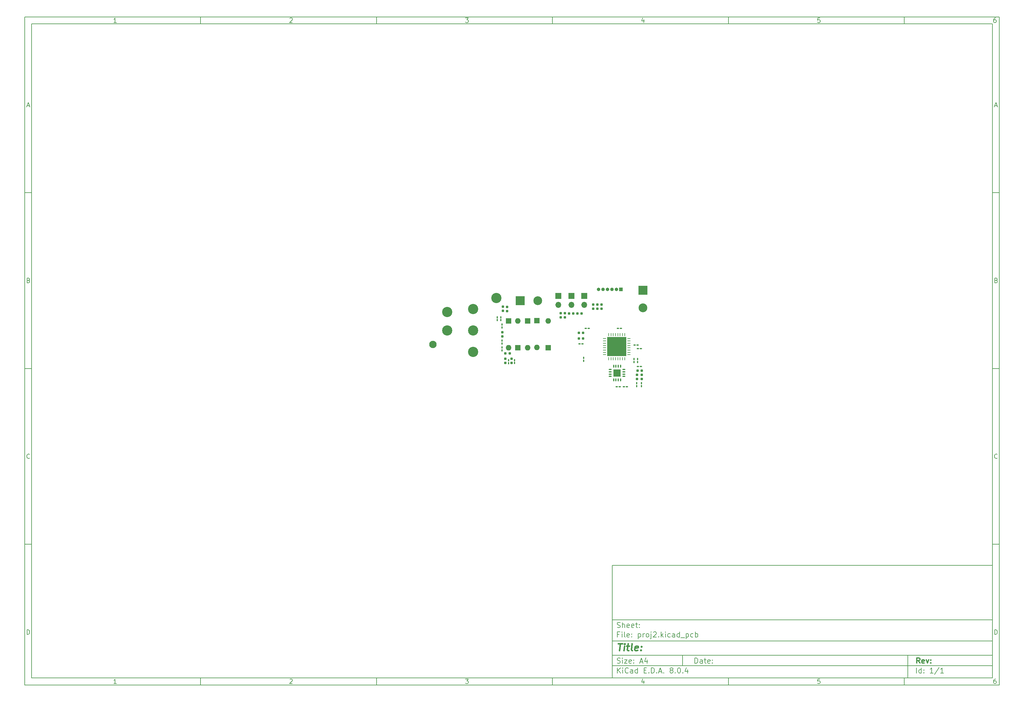
<source format=gbr>
%TF.GenerationSoftware,KiCad,Pcbnew,8.0.4*%
%TF.CreationDate,2024-08-19T20:12:36-04:00*%
%TF.ProjectId,proj2,70726f6a-322e-46b6-9963-61645f706362,rev?*%
%TF.SameCoordinates,Original*%
%TF.FileFunction,Soldermask,Top*%
%TF.FilePolarity,Negative*%
%FSLAX46Y46*%
G04 Gerber Fmt 4.6, Leading zero omitted, Abs format (unit mm)*
G04 Created by KiCad (PCBNEW 8.0.4) date 2024-08-19 20:12:36*
%MOMM*%
%LPD*%
G01*
G04 APERTURE LIST*
G04 Aperture macros list*
%AMRoundRect*
0 Rectangle with rounded corners*
0 $1 Rounding radius*
0 $2 $3 $4 $5 $6 $7 $8 $9 X,Y pos of 4 corners*
0 Add a 4 corners polygon primitive as box body*
4,1,4,$2,$3,$4,$5,$6,$7,$8,$9,$2,$3,0*
0 Add four circle primitives for the rounded corners*
1,1,$1+$1,$2,$3*
1,1,$1+$1,$4,$5*
1,1,$1+$1,$6,$7*
1,1,$1+$1,$8,$9*
0 Add four rect primitives between the rounded corners*
20,1,$1+$1,$2,$3,$4,$5,0*
20,1,$1+$1,$4,$5,$6,$7,0*
20,1,$1+$1,$6,$7,$8,$9,0*
20,1,$1+$1,$8,$9,$2,$3,0*%
G04 Aperture macros list end*
%ADD10C,0.100000*%
%ADD11C,0.150000*%
%ADD12C,0.300000*%
%ADD13C,0.400000*%
%ADD14RoundRect,0.160000X-0.160000X0.197500X-0.160000X-0.197500X0.160000X-0.197500X0.160000X0.197500X0*%
%ADD15RoundRect,0.160000X0.160000X-0.197500X0.160000X0.197500X-0.160000X0.197500X-0.160000X-0.197500X0*%
%ADD16RoundRect,0.100000X-0.217500X-0.100000X0.217500X-0.100000X0.217500X0.100000X-0.217500X0.100000X0*%
%ADD17RoundRect,0.160000X0.197500X0.160000X-0.197500X0.160000X-0.197500X-0.160000X0.197500X-0.160000X0*%
%ADD18RoundRect,0.100000X-0.100000X0.217500X-0.100000X-0.217500X0.100000X-0.217500X0.100000X0.217500X0*%
%ADD19R,2.500000X2.500000*%
%ADD20C,2.500000*%
%ADD21R,1.600000X1.600000*%
%ADD22O,1.600000X1.600000*%
%ADD23RoundRect,0.160000X-0.197500X-0.160000X0.197500X-0.160000X0.197500X0.160000X-0.197500X0.160000X0*%
%ADD24C,2.100000*%
%ADD25C,2.900000*%
%ADD26RoundRect,0.100000X0.100000X-0.217500X0.100000X0.217500X-0.100000X0.217500X-0.100000X-0.217500X0*%
%ADD27R,1.700000X1.700000*%
%ADD28O,1.700000X1.700000*%
%ADD29R,1.000000X1.000000*%
%ADD30O,1.000000X1.000000*%
%ADD31RoundRect,0.062500X0.062500X-0.362500X0.062500X0.362500X-0.062500X0.362500X-0.062500X-0.362500X0*%
%ADD32RoundRect,0.062500X0.362500X-0.062500X0.362500X0.062500X-0.362500X0.062500X-0.362500X-0.062500X0*%
%ADD33R,5.400000X5.400000*%
%ADD34RoundRect,0.075000X-0.075000X0.350000X-0.075000X-0.350000X0.075000X-0.350000X0.075000X0.350000X0*%
%ADD35RoundRect,0.075000X-0.350000X0.075000X-0.350000X-0.075000X0.350000X-0.075000X0.350000X0.075000X0*%
%ADD36R,2.100000X2.100000*%
%ADD37RoundRect,0.100000X0.217500X0.100000X-0.217500X0.100000X-0.217500X-0.100000X0.217500X-0.100000X0*%
G04 APERTURE END LIST*
D10*
D11*
X177002200Y-166007200D02*
X285002200Y-166007200D01*
X285002200Y-198007200D01*
X177002200Y-198007200D01*
X177002200Y-166007200D01*
D10*
D11*
X10000000Y-10000000D02*
X287002200Y-10000000D01*
X287002200Y-200007200D01*
X10000000Y-200007200D01*
X10000000Y-10000000D01*
D10*
D11*
X12000000Y-12000000D02*
X285002200Y-12000000D01*
X285002200Y-198007200D01*
X12000000Y-198007200D01*
X12000000Y-12000000D01*
D10*
D11*
X60000000Y-12000000D02*
X60000000Y-10000000D01*
D10*
D11*
X110000000Y-12000000D02*
X110000000Y-10000000D01*
D10*
D11*
X160000000Y-12000000D02*
X160000000Y-10000000D01*
D10*
D11*
X210000000Y-12000000D02*
X210000000Y-10000000D01*
D10*
D11*
X260000000Y-12000000D02*
X260000000Y-10000000D01*
D10*
D11*
X36089160Y-11593604D02*
X35346303Y-11593604D01*
X35717731Y-11593604D02*
X35717731Y-10293604D01*
X35717731Y-10293604D02*
X35593922Y-10479319D01*
X35593922Y-10479319D02*
X35470112Y-10603128D01*
X35470112Y-10603128D02*
X35346303Y-10665033D01*
D10*
D11*
X85346303Y-10417414D02*
X85408207Y-10355509D01*
X85408207Y-10355509D02*
X85532017Y-10293604D01*
X85532017Y-10293604D02*
X85841541Y-10293604D01*
X85841541Y-10293604D02*
X85965350Y-10355509D01*
X85965350Y-10355509D02*
X86027255Y-10417414D01*
X86027255Y-10417414D02*
X86089160Y-10541223D01*
X86089160Y-10541223D02*
X86089160Y-10665033D01*
X86089160Y-10665033D02*
X86027255Y-10850747D01*
X86027255Y-10850747D02*
X85284398Y-11593604D01*
X85284398Y-11593604D02*
X86089160Y-11593604D01*
D10*
D11*
X135284398Y-10293604D02*
X136089160Y-10293604D01*
X136089160Y-10293604D02*
X135655826Y-10788842D01*
X135655826Y-10788842D02*
X135841541Y-10788842D01*
X135841541Y-10788842D02*
X135965350Y-10850747D01*
X135965350Y-10850747D02*
X136027255Y-10912652D01*
X136027255Y-10912652D02*
X136089160Y-11036461D01*
X136089160Y-11036461D02*
X136089160Y-11345985D01*
X136089160Y-11345985D02*
X136027255Y-11469795D01*
X136027255Y-11469795D02*
X135965350Y-11531700D01*
X135965350Y-11531700D02*
X135841541Y-11593604D01*
X135841541Y-11593604D02*
X135470112Y-11593604D01*
X135470112Y-11593604D02*
X135346303Y-11531700D01*
X135346303Y-11531700D02*
X135284398Y-11469795D01*
D10*
D11*
X185965350Y-10726938D02*
X185965350Y-11593604D01*
X185655826Y-10231700D02*
X185346303Y-11160271D01*
X185346303Y-11160271D02*
X186151064Y-11160271D01*
D10*
D11*
X236027255Y-10293604D02*
X235408207Y-10293604D01*
X235408207Y-10293604D02*
X235346303Y-10912652D01*
X235346303Y-10912652D02*
X235408207Y-10850747D01*
X235408207Y-10850747D02*
X235532017Y-10788842D01*
X235532017Y-10788842D02*
X235841541Y-10788842D01*
X235841541Y-10788842D02*
X235965350Y-10850747D01*
X235965350Y-10850747D02*
X236027255Y-10912652D01*
X236027255Y-10912652D02*
X236089160Y-11036461D01*
X236089160Y-11036461D02*
X236089160Y-11345985D01*
X236089160Y-11345985D02*
X236027255Y-11469795D01*
X236027255Y-11469795D02*
X235965350Y-11531700D01*
X235965350Y-11531700D02*
X235841541Y-11593604D01*
X235841541Y-11593604D02*
X235532017Y-11593604D01*
X235532017Y-11593604D02*
X235408207Y-11531700D01*
X235408207Y-11531700D02*
X235346303Y-11469795D01*
D10*
D11*
X285965350Y-10293604D02*
X285717731Y-10293604D01*
X285717731Y-10293604D02*
X285593922Y-10355509D01*
X285593922Y-10355509D02*
X285532017Y-10417414D01*
X285532017Y-10417414D02*
X285408207Y-10603128D01*
X285408207Y-10603128D02*
X285346303Y-10850747D01*
X285346303Y-10850747D02*
X285346303Y-11345985D01*
X285346303Y-11345985D02*
X285408207Y-11469795D01*
X285408207Y-11469795D02*
X285470112Y-11531700D01*
X285470112Y-11531700D02*
X285593922Y-11593604D01*
X285593922Y-11593604D02*
X285841541Y-11593604D01*
X285841541Y-11593604D02*
X285965350Y-11531700D01*
X285965350Y-11531700D02*
X286027255Y-11469795D01*
X286027255Y-11469795D02*
X286089160Y-11345985D01*
X286089160Y-11345985D02*
X286089160Y-11036461D01*
X286089160Y-11036461D02*
X286027255Y-10912652D01*
X286027255Y-10912652D02*
X285965350Y-10850747D01*
X285965350Y-10850747D02*
X285841541Y-10788842D01*
X285841541Y-10788842D02*
X285593922Y-10788842D01*
X285593922Y-10788842D02*
X285470112Y-10850747D01*
X285470112Y-10850747D02*
X285408207Y-10912652D01*
X285408207Y-10912652D02*
X285346303Y-11036461D01*
D10*
D11*
X60000000Y-198007200D02*
X60000000Y-200007200D01*
D10*
D11*
X110000000Y-198007200D02*
X110000000Y-200007200D01*
D10*
D11*
X160000000Y-198007200D02*
X160000000Y-200007200D01*
D10*
D11*
X210000000Y-198007200D02*
X210000000Y-200007200D01*
D10*
D11*
X260000000Y-198007200D02*
X260000000Y-200007200D01*
D10*
D11*
X36089160Y-199600804D02*
X35346303Y-199600804D01*
X35717731Y-199600804D02*
X35717731Y-198300804D01*
X35717731Y-198300804D02*
X35593922Y-198486519D01*
X35593922Y-198486519D02*
X35470112Y-198610328D01*
X35470112Y-198610328D02*
X35346303Y-198672233D01*
D10*
D11*
X85346303Y-198424614D02*
X85408207Y-198362709D01*
X85408207Y-198362709D02*
X85532017Y-198300804D01*
X85532017Y-198300804D02*
X85841541Y-198300804D01*
X85841541Y-198300804D02*
X85965350Y-198362709D01*
X85965350Y-198362709D02*
X86027255Y-198424614D01*
X86027255Y-198424614D02*
X86089160Y-198548423D01*
X86089160Y-198548423D02*
X86089160Y-198672233D01*
X86089160Y-198672233D02*
X86027255Y-198857947D01*
X86027255Y-198857947D02*
X85284398Y-199600804D01*
X85284398Y-199600804D02*
X86089160Y-199600804D01*
D10*
D11*
X135284398Y-198300804D02*
X136089160Y-198300804D01*
X136089160Y-198300804D02*
X135655826Y-198796042D01*
X135655826Y-198796042D02*
X135841541Y-198796042D01*
X135841541Y-198796042D02*
X135965350Y-198857947D01*
X135965350Y-198857947D02*
X136027255Y-198919852D01*
X136027255Y-198919852D02*
X136089160Y-199043661D01*
X136089160Y-199043661D02*
X136089160Y-199353185D01*
X136089160Y-199353185D02*
X136027255Y-199476995D01*
X136027255Y-199476995D02*
X135965350Y-199538900D01*
X135965350Y-199538900D02*
X135841541Y-199600804D01*
X135841541Y-199600804D02*
X135470112Y-199600804D01*
X135470112Y-199600804D02*
X135346303Y-199538900D01*
X135346303Y-199538900D02*
X135284398Y-199476995D01*
D10*
D11*
X185965350Y-198734138D02*
X185965350Y-199600804D01*
X185655826Y-198238900D02*
X185346303Y-199167471D01*
X185346303Y-199167471D02*
X186151064Y-199167471D01*
D10*
D11*
X236027255Y-198300804D02*
X235408207Y-198300804D01*
X235408207Y-198300804D02*
X235346303Y-198919852D01*
X235346303Y-198919852D02*
X235408207Y-198857947D01*
X235408207Y-198857947D02*
X235532017Y-198796042D01*
X235532017Y-198796042D02*
X235841541Y-198796042D01*
X235841541Y-198796042D02*
X235965350Y-198857947D01*
X235965350Y-198857947D02*
X236027255Y-198919852D01*
X236027255Y-198919852D02*
X236089160Y-199043661D01*
X236089160Y-199043661D02*
X236089160Y-199353185D01*
X236089160Y-199353185D02*
X236027255Y-199476995D01*
X236027255Y-199476995D02*
X235965350Y-199538900D01*
X235965350Y-199538900D02*
X235841541Y-199600804D01*
X235841541Y-199600804D02*
X235532017Y-199600804D01*
X235532017Y-199600804D02*
X235408207Y-199538900D01*
X235408207Y-199538900D02*
X235346303Y-199476995D01*
D10*
D11*
X285965350Y-198300804D02*
X285717731Y-198300804D01*
X285717731Y-198300804D02*
X285593922Y-198362709D01*
X285593922Y-198362709D02*
X285532017Y-198424614D01*
X285532017Y-198424614D02*
X285408207Y-198610328D01*
X285408207Y-198610328D02*
X285346303Y-198857947D01*
X285346303Y-198857947D02*
X285346303Y-199353185D01*
X285346303Y-199353185D02*
X285408207Y-199476995D01*
X285408207Y-199476995D02*
X285470112Y-199538900D01*
X285470112Y-199538900D02*
X285593922Y-199600804D01*
X285593922Y-199600804D02*
X285841541Y-199600804D01*
X285841541Y-199600804D02*
X285965350Y-199538900D01*
X285965350Y-199538900D02*
X286027255Y-199476995D01*
X286027255Y-199476995D02*
X286089160Y-199353185D01*
X286089160Y-199353185D02*
X286089160Y-199043661D01*
X286089160Y-199043661D02*
X286027255Y-198919852D01*
X286027255Y-198919852D02*
X285965350Y-198857947D01*
X285965350Y-198857947D02*
X285841541Y-198796042D01*
X285841541Y-198796042D02*
X285593922Y-198796042D01*
X285593922Y-198796042D02*
X285470112Y-198857947D01*
X285470112Y-198857947D02*
X285408207Y-198919852D01*
X285408207Y-198919852D02*
X285346303Y-199043661D01*
D10*
D11*
X10000000Y-60000000D02*
X12000000Y-60000000D01*
D10*
D11*
X10000000Y-110000000D02*
X12000000Y-110000000D01*
D10*
D11*
X10000000Y-160000000D02*
X12000000Y-160000000D01*
D10*
D11*
X10690476Y-35222176D02*
X11309523Y-35222176D01*
X10566666Y-35593604D02*
X10999999Y-34293604D01*
X10999999Y-34293604D02*
X11433333Y-35593604D01*
D10*
D11*
X11092857Y-84912652D02*
X11278571Y-84974557D01*
X11278571Y-84974557D02*
X11340476Y-85036461D01*
X11340476Y-85036461D02*
X11402380Y-85160271D01*
X11402380Y-85160271D02*
X11402380Y-85345985D01*
X11402380Y-85345985D02*
X11340476Y-85469795D01*
X11340476Y-85469795D02*
X11278571Y-85531700D01*
X11278571Y-85531700D02*
X11154761Y-85593604D01*
X11154761Y-85593604D02*
X10659523Y-85593604D01*
X10659523Y-85593604D02*
X10659523Y-84293604D01*
X10659523Y-84293604D02*
X11092857Y-84293604D01*
X11092857Y-84293604D02*
X11216666Y-84355509D01*
X11216666Y-84355509D02*
X11278571Y-84417414D01*
X11278571Y-84417414D02*
X11340476Y-84541223D01*
X11340476Y-84541223D02*
X11340476Y-84665033D01*
X11340476Y-84665033D02*
X11278571Y-84788842D01*
X11278571Y-84788842D02*
X11216666Y-84850747D01*
X11216666Y-84850747D02*
X11092857Y-84912652D01*
X11092857Y-84912652D02*
X10659523Y-84912652D01*
D10*
D11*
X11402380Y-135469795D02*
X11340476Y-135531700D01*
X11340476Y-135531700D02*
X11154761Y-135593604D01*
X11154761Y-135593604D02*
X11030952Y-135593604D01*
X11030952Y-135593604D02*
X10845238Y-135531700D01*
X10845238Y-135531700D02*
X10721428Y-135407890D01*
X10721428Y-135407890D02*
X10659523Y-135284080D01*
X10659523Y-135284080D02*
X10597619Y-135036461D01*
X10597619Y-135036461D02*
X10597619Y-134850747D01*
X10597619Y-134850747D02*
X10659523Y-134603128D01*
X10659523Y-134603128D02*
X10721428Y-134479319D01*
X10721428Y-134479319D02*
X10845238Y-134355509D01*
X10845238Y-134355509D02*
X11030952Y-134293604D01*
X11030952Y-134293604D02*
X11154761Y-134293604D01*
X11154761Y-134293604D02*
X11340476Y-134355509D01*
X11340476Y-134355509D02*
X11402380Y-134417414D01*
D10*
D11*
X10659523Y-185593604D02*
X10659523Y-184293604D01*
X10659523Y-184293604D02*
X10969047Y-184293604D01*
X10969047Y-184293604D02*
X11154761Y-184355509D01*
X11154761Y-184355509D02*
X11278571Y-184479319D01*
X11278571Y-184479319D02*
X11340476Y-184603128D01*
X11340476Y-184603128D02*
X11402380Y-184850747D01*
X11402380Y-184850747D02*
X11402380Y-185036461D01*
X11402380Y-185036461D02*
X11340476Y-185284080D01*
X11340476Y-185284080D02*
X11278571Y-185407890D01*
X11278571Y-185407890D02*
X11154761Y-185531700D01*
X11154761Y-185531700D02*
X10969047Y-185593604D01*
X10969047Y-185593604D02*
X10659523Y-185593604D01*
D10*
D11*
X287002200Y-60000000D02*
X285002200Y-60000000D01*
D10*
D11*
X287002200Y-110000000D02*
X285002200Y-110000000D01*
D10*
D11*
X287002200Y-160000000D02*
X285002200Y-160000000D01*
D10*
D11*
X285692676Y-35222176D02*
X286311723Y-35222176D01*
X285568866Y-35593604D02*
X286002199Y-34293604D01*
X286002199Y-34293604D02*
X286435533Y-35593604D01*
D10*
D11*
X286095057Y-84912652D02*
X286280771Y-84974557D01*
X286280771Y-84974557D02*
X286342676Y-85036461D01*
X286342676Y-85036461D02*
X286404580Y-85160271D01*
X286404580Y-85160271D02*
X286404580Y-85345985D01*
X286404580Y-85345985D02*
X286342676Y-85469795D01*
X286342676Y-85469795D02*
X286280771Y-85531700D01*
X286280771Y-85531700D02*
X286156961Y-85593604D01*
X286156961Y-85593604D02*
X285661723Y-85593604D01*
X285661723Y-85593604D02*
X285661723Y-84293604D01*
X285661723Y-84293604D02*
X286095057Y-84293604D01*
X286095057Y-84293604D02*
X286218866Y-84355509D01*
X286218866Y-84355509D02*
X286280771Y-84417414D01*
X286280771Y-84417414D02*
X286342676Y-84541223D01*
X286342676Y-84541223D02*
X286342676Y-84665033D01*
X286342676Y-84665033D02*
X286280771Y-84788842D01*
X286280771Y-84788842D02*
X286218866Y-84850747D01*
X286218866Y-84850747D02*
X286095057Y-84912652D01*
X286095057Y-84912652D02*
X285661723Y-84912652D01*
D10*
D11*
X286404580Y-135469795D02*
X286342676Y-135531700D01*
X286342676Y-135531700D02*
X286156961Y-135593604D01*
X286156961Y-135593604D02*
X286033152Y-135593604D01*
X286033152Y-135593604D02*
X285847438Y-135531700D01*
X285847438Y-135531700D02*
X285723628Y-135407890D01*
X285723628Y-135407890D02*
X285661723Y-135284080D01*
X285661723Y-135284080D02*
X285599819Y-135036461D01*
X285599819Y-135036461D02*
X285599819Y-134850747D01*
X285599819Y-134850747D02*
X285661723Y-134603128D01*
X285661723Y-134603128D02*
X285723628Y-134479319D01*
X285723628Y-134479319D02*
X285847438Y-134355509D01*
X285847438Y-134355509D02*
X286033152Y-134293604D01*
X286033152Y-134293604D02*
X286156961Y-134293604D01*
X286156961Y-134293604D02*
X286342676Y-134355509D01*
X286342676Y-134355509D02*
X286404580Y-134417414D01*
D10*
D11*
X285661723Y-185593604D02*
X285661723Y-184293604D01*
X285661723Y-184293604D02*
X285971247Y-184293604D01*
X285971247Y-184293604D02*
X286156961Y-184355509D01*
X286156961Y-184355509D02*
X286280771Y-184479319D01*
X286280771Y-184479319D02*
X286342676Y-184603128D01*
X286342676Y-184603128D02*
X286404580Y-184850747D01*
X286404580Y-184850747D02*
X286404580Y-185036461D01*
X286404580Y-185036461D02*
X286342676Y-185284080D01*
X286342676Y-185284080D02*
X286280771Y-185407890D01*
X286280771Y-185407890D02*
X286156961Y-185531700D01*
X286156961Y-185531700D02*
X285971247Y-185593604D01*
X285971247Y-185593604D02*
X285661723Y-185593604D01*
D10*
D11*
X200458026Y-193793328D02*
X200458026Y-192293328D01*
X200458026Y-192293328D02*
X200815169Y-192293328D01*
X200815169Y-192293328D02*
X201029455Y-192364757D01*
X201029455Y-192364757D02*
X201172312Y-192507614D01*
X201172312Y-192507614D02*
X201243741Y-192650471D01*
X201243741Y-192650471D02*
X201315169Y-192936185D01*
X201315169Y-192936185D02*
X201315169Y-193150471D01*
X201315169Y-193150471D02*
X201243741Y-193436185D01*
X201243741Y-193436185D02*
X201172312Y-193579042D01*
X201172312Y-193579042D02*
X201029455Y-193721900D01*
X201029455Y-193721900D02*
X200815169Y-193793328D01*
X200815169Y-193793328D02*
X200458026Y-193793328D01*
X202600884Y-193793328D02*
X202600884Y-193007614D01*
X202600884Y-193007614D02*
X202529455Y-192864757D01*
X202529455Y-192864757D02*
X202386598Y-192793328D01*
X202386598Y-192793328D02*
X202100884Y-192793328D01*
X202100884Y-192793328D02*
X201958026Y-192864757D01*
X202600884Y-193721900D02*
X202458026Y-193793328D01*
X202458026Y-193793328D02*
X202100884Y-193793328D01*
X202100884Y-193793328D02*
X201958026Y-193721900D01*
X201958026Y-193721900D02*
X201886598Y-193579042D01*
X201886598Y-193579042D02*
X201886598Y-193436185D01*
X201886598Y-193436185D02*
X201958026Y-193293328D01*
X201958026Y-193293328D02*
X202100884Y-193221900D01*
X202100884Y-193221900D02*
X202458026Y-193221900D01*
X202458026Y-193221900D02*
X202600884Y-193150471D01*
X203100884Y-192793328D02*
X203672312Y-192793328D01*
X203315169Y-192293328D02*
X203315169Y-193579042D01*
X203315169Y-193579042D02*
X203386598Y-193721900D01*
X203386598Y-193721900D02*
X203529455Y-193793328D01*
X203529455Y-193793328D02*
X203672312Y-193793328D01*
X204743741Y-193721900D02*
X204600884Y-193793328D01*
X204600884Y-193793328D02*
X204315170Y-193793328D01*
X204315170Y-193793328D02*
X204172312Y-193721900D01*
X204172312Y-193721900D02*
X204100884Y-193579042D01*
X204100884Y-193579042D02*
X204100884Y-193007614D01*
X204100884Y-193007614D02*
X204172312Y-192864757D01*
X204172312Y-192864757D02*
X204315170Y-192793328D01*
X204315170Y-192793328D02*
X204600884Y-192793328D01*
X204600884Y-192793328D02*
X204743741Y-192864757D01*
X204743741Y-192864757D02*
X204815170Y-193007614D01*
X204815170Y-193007614D02*
X204815170Y-193150471D01*
X204815170Y-193150471D02*
X204100884Y-193293328D01*
X205458026Y-193650471D02*
X205529455Y-193721900D01*
X205529455Y-193721900D02*
X205458026Y-193793328D01*
X205458026Y-193793328D02*
X205386598Y-193721900D01*
X205386598Y-193721900D02*
X205458026Y-193650471D01*
X205458026Y-193650471D02*
X205458026Y-193793328D01*
X205458026Y-192864757D02*
X205529455Y-192936185D01*
X205529455Y-192936185D02*
X205458026Y-193007614D01*
X205458026Y-193007614D02*
X205386598Y-192936185D01*
X205386598Y-192936185D02*
X205458026Y-192864757D01*
X205458026Y-192864757D02*
X205458026Y-193007614D01*
D10*
D11*
X177002200Y-194507200D02*
X285002200Y-194507200D01*
D10*
D11*
X178458026Y-196593328D02*
X178458026Y-195093328D01*
X179315169Y-196593328D02*
X178672312Y-195736185D01*
X179315169Y-195093328D02*
X178458026Y-195950471D01*
X179958026Y-196593328D02*
X179958026Y-195593328D01*
X179958026Y-195093328D02*
X179886598Y-195164757D01*
X179886598Y-195164757D02*
X179958026Y-195236185D01*
X179958026Y-195236185D02*
X180029455Y-195164757D01*
X180029455Y-195164757D02*
X179958026Y-195093328D01*
X179958026Y-195093328D02*
X179958026Y-195236185D01*
X181529455Y-196450471D02*
X181458027Y-196521900D01*
X181458027Y-196521900D02*
X181243741Y-196593328D01*
X181243741Y-196593328D02*
X181100884Y-196593328D01*
X181100884Y-196593328D02*
X180886598Y-196521900D01*
X180886598Y-196521900D02*
X180743741Y-196379042D01*
X180743741Y-196379042D02*
X180672312Y-196236185D01*
X180672312Y-196236185D02*
X180600884Y-195950471D01*
X180600884Y-195950471D02*
X180600884Y-195736185D01*
X180600884Y-195736185D02*
X180672312Y-195450471D01*
X180672312Y-195450471D02*
X180743741Y-195307614D01*
X180743741Y-195307614D02*
X180886598Y-195164757D01*
X180886598Y-195164757D02*
X181100884Y-195093328D01*
X181100884Y-195093328D02*
X181243741Y-195093328D01*
X181243741Y-195093328D02*
X181458027Y-195164757D01*
X181458027Y-195164757D02*
X181529455Y-195236185D01*
X182815170Y-196593328D02*
X182815170Y-195807614D01*
X182815170Y-195807614D02*
X182743741Y-195664757D01*
X182743741Y-195664757D02*
X182600884Y-195593328D01*
X182600884Y-195593328D02*
X182315170Y-195593328D01*
X182315170Y-195593328D02*
X182172312Y-195664757D01*
X182815170Y-196521900D02*
X182672312Y-196593328D01*
X182672312Y-196593328D02*
X182315170Y-196593328D01*
X182315170Y-196593328D02*
X182172312Y-196521900D01*
X182172312Y-196521900D02*
X182100884Y-196379042D01*
X182100884Y-196379042D02*
X182100884Y-196236185D01*
X182100884Y-196236185D02*
X182172312Y-196093328D01*
X182172312Y-196093328D02*
X182315170Y-196021900D01*
X182315170Y-196021900D02*
X182672312Y-196021900D01*
X182672312Y-196021900D02*
X182815170Y-195950471D01*
X184172313Y-196593328D02*
X184172313Y-195093328D01*
X184172313Y-196521900D02*
X184029455Y-196593328D01*
X184029455Y-196593328D02*
X183743741Y-196593328D01*
X183743741Y-196593328D02*
X183600884Y-196521900D01*
X183600884Y-196521900D02*
X183529455Y-196450471D01*
X183529455Y-196450471D02*
X183458027Y-196307614D01*
X183458027Y-196307614D02*
X183458027Y-195879042D01*
X183458027Y-195879042D02*
X183529455Y-195736185D01*
X183529455Y-195736185D02*
X183600884Y-195664757D01*
X183600884Y-195664757D02*
X183743741Y-195593328D01*
X183743741Y-195593328D02*
X184029455Y-195593328D01*
X184029455Y-195593328D02*
X184172313Y-195664757D01*
X186029455Y-195807614D02*
X186529455Y-195807614D01*
X186743741Y-196593328D02*
X186029455Y-196593328D01*
X186029455Y-196593328D02*
X186029455Y-195093328D01*
X186029455Y-195093328D02*
X186743741Y-195093328D01*
X187386598Y-196450471D02*
X187458027Y-196521900D01*
X187458027Y-196521900D02*
X187386598Y-196593328D01*
X187386598Y-196593328D02*
X187315170Y-196521900D01*
X187315170Y-196521900D02*
X187386598Y-196450471D01*
X187386598Y-196450471D02*
X187386598Y-196593328D01*
X188100884Y-196593328D02*
X188100884Y-195093328D01*
X188100884Y-195093328D02*
X188458027Y-195093328D01*
X188458027Y-195093328D02*
X188672313Y-195164757D01*
X188672313Y-195164757D02*
X188815170Y-195307614D01*
X188815170Y-195307614D02*
X188886599Y-195450471D01*
X188886599Y-195450471D02*
X188958027Y-195736185D01*
X188958027Y-195736185D02*
X188958027Y-195950471D01*
X188958027Y-195950471D02*
X188886599Y-196236185D01*
X188886599Y-196236185D02*
X188815170Y-196379042D01*
X188815170Y-196379042D02*
X188672313Y-196521900D01*
X188672313Y-196521900D02*
X188458027Y-196593328D01*
X188458027Y-196593328D02*
X188100884Y-196593328D01*
X189600884Y-196450471D02*
X189672313Y-196521900D01*
X189672313Y-196521900D02*
X189600884Y-196593328D01*
X189600884Y-196593328D02*
X189529456Y-196521900D01*
X189529456Y-196521900D02*
X189600884Y-196450471D01*
X189600884Y-196450471D02*
X189600884Y-196593328D01*
X190243742Y-196164757D02*
X190958028Y-196164757D01*
X190100885Y-196593328D02*
X190600885Y-195093328D01*
X190600885Y-195093328D02*
X191100885Y-196593328D01*
X191600884Y-196450471D02*
X191672313Y-196521900D01*
X191672313Y-196521900D02*
X191600884Y-196593328D01*
X191600884Y-196593328D02*
X191529456Y-196521900D01*
X191529456Y-196521900D02*
X191600884Y-196450471D01*
X191600884Y-196450471D02*
X191600884Y-196593328D01*
X193672313Y-195736185D02*
X193529456Y-195664757D01*
X193529456Y-195664757D02*
X193458027Y-195593328D01*
X193458027Y-195593328D02*
X193386599Y-195450471D01*
X193386599Y-195450471D02*
X193386599Y-195379042D01*
X193386599Y-195379042D02*
X193458027Y-195236185D01*
X193458027Y-195236185D02*
X193529456Y-195164757D01*
X193529456Y-195164757D02*
X193672313Y-195093328D01*
X193672313Y-195093328D02*
X193958027Y-195093328D01*
X193958027Y-195093328D02*
X194100885Y-195164757D01*
X194100885Y-195164757D02*
X194172313Y-195236185D01*
X194172313Y-195236185D02*
X194243742Y-195379042D01*
X194243742Y-195379042D02*
X194243742Y-195450471D01*
X194243742Y-195450471D02*
X194172313Y-195593328D01*
X194172313Y-195593328D02*
X194100885Y-195664757D01*
X194100885Y-195664757D02*
X193958027Y-195736185D01*
X193958027Y-195736185D02*
X193672313Y-195736185D01*
X193672313Y-195736185D02*
X193529456Y-195807614D01*
X193529456Y-195807614D02*
X193458027Y-195879042D01*
X193458027Y-195879042D02*
X193386599Y-196021900D01*
X193386599Y-196021900D02*
X193386599Y-196307614D01*
X193386599Y-196307614D02*
X193458027Y-196450471D01*
X193458027Y-196450471D02*
X193529456Y-196521900D01*
X193529456Y-196521900D02*
X193672313Y-196593328D01*
X193672313Y-196593328D02*
X193958027Y-196593328D01*
X193958027Y-196593328D02*
X194100885Y-196521900D01*
X194100885Y-196521900D02*
X194172313Y-196450471D01*
X194172313Y-196450471D02*
X194243742Y-196307614D01*
X194243742Y-196307614D02*
X194243742Y-196021900D01*
X194243742Y-196021900D02*
X194172313Y-195879042D01*
X194172313Y-195879042D02*
X194100885Y-195807614D01*
X194100885Y-195807614D02*
X193958027Y-195736185D01*
X194886598Y-196450471D02*
X194958027Y-196521900D01*
X194958027Y-196521900D02*
X194886598Y-196593328D01*
X194886598Y-196593328D02*
X194815170Y-196521900D01*
X194815170Y-196521900D02*
X194886598Y-196450471D01*
X194886598Y-196450471D02*
X194886598Y-196593328D01*
X195886599Y-195093328D02*
X196029456Y-195093328D01*
X196029456Y-195093328D02*
X196172313Y-195164757D01*
X196172313Y-195164757D02*
X196243742Y-195236185D01*
X196243742Y-195236185D02*
X196315170Y-195379042D01*
X196315170Y-195379042D02*
X196386599Y-195664757D01*
X196386599Y-195664757D02*
X196386599Y-196021900D01*
X196386599Y-196021900D02*
X196315170Y-196307614D01*
X196315170Y-196307614D02*
X196243742Y-196450471D01*
X196243742Y-196450471D02*
X196172313Y-196521900D01*
X196172313Y-196521900D02*
X196029456Y-196593328D01*
X196029456Y-196593328D02*
X195886599Y-196593328D01*
X195886599Y-196593328D02*
X195743742Y-196521900D01*
X195743742Y-196521900D02*
X195672313Y-196450471D01*
X195672313Y-196450471D02*
X195600884Y-196307614D01*
X195600884Y-196307614D02*
X195529456Y-196021900D01*
X195529456Y-196021900D02*
X195529456Y-195664757D01*
X195529456Y-195664757D02*
X195600884Y-195379042D01*
X195600884Y-195379042D02*
X195672313Y-195236185D01*
X195672313Y-195236185D02*
X195743742Y-195164757D01*
X195743742Y-195164757D02*
X195886599Y-195093328D01*
X197029455Y-196450471D02*
X197100884Y-196521900D01*
X197100884Y-196521900D02*
X197029455Y-196593328D01*
X197029455Y-196593328D02*
X196958027Y-196521900D01*
X196958027Y-196521900D02*
X197029455Y-196450471D01*
X197029455Y-196450471D02*
X197029455Y-196593328D01*
X198386599Y-195593328D02*
X198386599Y-196593328D01*
X198029456Y-195021900D02*
X197672313Y-196093328D01*
X197672313Y-196093328D02*
X198600884Y-196093328D01*
D10*
D11*
X177002200Y-191507200D02*
X285002200Y-191507200D01*
D10*
D12*
X264413853Y-193785528D02*
X263913853Y-193071242D01*
X263556710Y-193785528D02*
X263556710Y-192285528D01*
X263556710Y-192285528D02*
X264128139Y-192285528D01*
X264128139Y-192285528D02*
X264270996Y-192356957D01*
X264270996Y-192356957D02*
X264342425Y-192428385D01*
X264342425Y-192428385D02*
X264413853Y-192571242D01*
X264413853Y-192571242D02*
X264413853Y-192785528D01*
X264413853Y-192785528D02*
X264342425Y-192928385D01*
X264342425Y-192928385D02*
X264270996Y-192999814D01*
X264270996Y-192999814D02*
X264128139Y-193071242D01*
X264128139Y-193071242D02*
X263556710Y-193071242D01*
X265628139Y-193714100D02*
X265485282Y-193785528D01*
X265485282Y-193785528D02*
X265199568Y-193785528D01*
X265199568Y-193785528D02*
X265056710Y-193714100D01*
X265056710Y-193714100D02*
X264985282Y-193571242D01*
X264985282Y-193571242D02*
X264985282Y-192999814D01*
X264985282Y-192999814D02*
X265056710Y-192856957D01*
X265056710Y-192856957D02*
X265199568Y-192785528D01*
X265199568Y-192785528D02*
X265485282Y-192785528D01*
X265485282Y-192785528D02*
X265628139Y-192856957D01*
X265628139Y-192856957D02*
X265699568Y-192999814D01*
X265699568Y-192999814D02*
X265699568Y-193142671D01*
X265699568Y-193142671D02*
X264985282Y-193285528D01*
X266199567Y-192785528D02*
X266556710Y-193785528D01*
X266556710Y-193785528D02*
X266913853Y-192785528D01*
X267485281Y-193642671D02*
X267556710Y-193714100D01*
X267556710Y-193714100D02*
X267485281Y-193785528D01*
X267485281Y-193785528D02*
X267413853Y-193714100D01*
X267413853Y-193714100D02*
X267485281Y-193642671D01*
X267485281Y-193642671D02*
X267485281Y-193785528D01*
X267485281Y-192856957D02*
X267556710Y-192928385D01*
X267556710Y-192928385D02*
X267485281Y-192999814D01*
X267485281Y-192999814D02*
X267413853Y-192928385D01*
X267413853Y-192928385D02*
X267485281Y-192856957D01*
X267485281Y-192856957D02*
X267485281Y-192999814D01*
D10*
D11*
X178386598Y-193721900D02*
X178600884Y-193793328D01*
X178600884Y-193793328D02*
X178958026Y-193793328D01*
X178958026Y-193793328D02*
X179100884Y-193721900D01*
X179100884Y-193721900D02*
X179172312Y-193650471D01*
X179172312Y-193650471D02*
X179243741Y-193507614D01*
X179243741Y-193507614D02*
X179243741Y-193364757D01*
X179243741Y-193364757D02*
X179172312Y-193221900D01*
X179172312Y-193221900D02*
X179100884Y-193150471D01*
X179100884Y-193150471D02*
X178958026Y-193079042D01*
X178958026Y-193079042D02*
X178672312Y-193007614D01*
X178672312Y-193007614D02*
X178529455Y-192936185D01*
X178529455Y-192936185D02*
X178458026Y-192864757D01*
X178458026Y-192864757D02*
X178386598Y-192721900D01*
X178386598Y-192721900D02*
X178386598Y-192579042D01*
X178386598Y-192579042D02*
X178458026Y-192436185D01*
X178458026Y-192436185D02*
X178529455Y-192364757D01*
X178529455Y-192364757D02*
X178672312Y-192293328D01*
X178672312Y-192293328D02*
X179029455Y-192293328D01*
X179029455Y-192293328D02*
X179243741Y-192364757D01*
X179886597Y-193793328D02*
X179886597Y-192793328D01*
X179886597Y-192293328D02*
X179815169Y-192364757D01*
X179815169Y-192364757D02*
X179886597Y-192436185D01*
X179886597Y-192436185D02*
X179958026Y-192364757D01*
X179958026Y-192364757D02*
X179886597Y-192293328D01*
X179886597Y-192293328D02*
X179886597Y-192436185D01*
X180458026Y-192793328D02*
X181243741Y-192793328D01*
X181243741Y-192793328D02*
X180458026Y-193793328D01*
X180458026Y-193793328D02*
X181243741Y-193793328D01*
X182386598Y-193721900D02*
X182243741Y-193793328D01*
X182243741Y-193793328D02*
X181958027Y-193793328D01*
X181958027Y-193793328D02*
X181815169Y-193721900D01*
X181815169Y-193721900D02*
X181743741Y-193579042D01*
X181743741Y-193579042D02*
X181743741Y-193007614D01*
X181743741Y-193007614D02*
X181815169Y-192864757D01*
X181815169Y-192864757D02*
X181958027Y-192793328D01*
X181958027Y-192793328D02*
X182243741Y-192793328D01*
X182243741Y-192793328D02*
X182386598Y-192864757D01*
X182386598Y-192864757D02*
X182458027Y-193007614D01*
X182458027Y-193007614D02*
X182458027Y-193150471D01*
X182458027Y-193150471D02*
X181743741Y-193293328D01*
X183100883Y-193650471D02*
X183172312Y-193721900D01*
X183172312Y-193721900D02*
X183100883Y-193793328D01*
X183100883Y-193793328D02*
X183029455Y-193721900D01*
X183029455Y-193721900D02*
X183100883Y-193650471D01*
X183100883Y-193650471D02*
X183100883Y-193793328D01*
X183100883Y-192864757D02*
X183172312Y-192936185D01*
X183172312Y-192936185D02*
X183100883Y-193007614D01*
X183100883Y-193007614D02*
X183029455Y-192936185D01*
X183029455Y-192936185D02*
X183100883Y-192864757D01*
X183100883Y-192864757D02*
X183100883Y-193007614D01*
X184886598Y-193364757D02*
X185600884Y-193364757D01*
X184743741Y-193793328D02*
X185243741Y-192293328D01*
X185243741Y-192293328D02*
X185743741Y-193793328D01*
X186886598Y-192793328D02*
X186886598Y-193793328D01*
X186529455Y-192221900D02*
X186172312Y-193293328D01*
X186172312Y-193293328D02*
X187100883Y-193293328D01*
D10*
D11*
X263458026Y-196593328D02*
X263458026Y-195093328D01*
X264815170Y-196593328D02*
X264815170Y-195093328D01*
X264815170Y-196521900D02*
X264672312Y-196593328D01*
X264672312Y-196593328D02*
X264386598Y-196593328D01*
X264386598Y-196593328D02*
X264243741Y-196521900D01*
X264243741Y-196521900D02*
X264172312Y-196450471D01*
X264172312Y-196450471D02*
X264100884Y-196307614D01*
X264100884Y-196307614D02*
X264100884Y-195879042D01*
X264100884Y-195879042D02*
X264172312Y-195736185D01*
X264172312Y-195736185D02*
X264243741Y-195664757D01*
X264243741Y-195664757D02*
X264386598Y-195593328D01*
X264386598Y-195593328D02*
X264672312Y-195593328D01*
X264672312Y-195593328D02*
X264815170Y-195664757D01*
X265529455Y-196450471D02*
X265600884Y-196521900D01*
X265600884Y-196521900D02*
X265529455Y-196593328D01*
X265529455Y-196593328D02*
X265458027Y-196521900D01*
X265458027Y-196521900D02*
X265529455Y-196450471D01*
X265529455Y-196450471D02*
X265529455Y-196593328D01*
X265529455Y-195664757D02*
X265600884Y-195736185D01*
X265600884Y-195736185D02*
X265529455Y-195807614D01*
X265529455Y-195807614D02*
X265458027Y-195736185D01*
X265458027Y-195736185D02*
X265529455Y-195664757D01*
X265529455Y-195664757D02*
X265529455Y-195807614D01*
X268172313Y-196593328D02*
X267315170Y-196593328D01*
X267743741Y-196593328D02*
X267743741Y-195093328D01*
X267743741Y-195093328D02*
X267600884Y-195307614D01*
X267600884Y-195307614D02*
X267458027Y-195450471D01*
X267458027Y-195450471D02*
X267315170Y-195521900D01*
X269886598Y-195021900D02*
X268600884Y-196950471D01*
X271172313Y-196593328D02*
X270315170Y-196593328D01*
X270743741Y-196593328D02*
X270743741Y-195093328D01*
X270743741Y-195093328D02*
X270600884Y-195307614D01*
X270600884Y-195307614D02*
X270458027Y-195450471D01*
X270458027Y-195450471D02*
X270315170Y-195521900D01*
D10*
D11*
X177002200Y-187507200D02*
X285002200Y-187507200D01*
D10*
D13*
X178693928Y-188211638D02*
X179836785Y-188211638D01*
X179015357Y-190211638D02*
X179265357Y-188211638D01*
X180253452Y-190211638D02*
X180420119Y-188878304D01*
X180503452Y-188211638D02*
X180396309Y-188306876D01*
X180396309Y-188306876D02*
X180479643Y-188402114D01*
X180479643Y-188402114D02*
X180586786Y-188306876D01*
X180586786Y-188306876D02*
X180503452Y-188211638D01*
X180503452Y-188211638D02*
X180479643Y-188402114D01*
X181086786Y-188878304D02*
X181848690Y-188878304D01*
X181455833Y-188211638D02*
X181241548Y-189925923D01*
X181241548Y-189925923D02*
X181312976Y-190116400D01*
X181312976Y-190116400D02*
X181491548Y-190211638D01*
X181491548Y-190211638D02*
X181682024Y-190211638D01*
X182634405Y-190211638D02*
X182455833Y-190116400D01*
X182455833Y-190116400D02*
X182384405Y-189925923D01*
X182384405Y-189925923D02*
X182598690Y-188211638D01*
X184170119Y-190116400D02*
X183967738Y-190211638D01*
X183967738Y-190211638D02*
X183586785Y-190211638D01*
X183586785Y-190211638D02*
X183408214Y-190116400D01*
X183408214Y-190116400D02*
X183336785Y-189925923D01*
X183336785Y-189925923D02*
X183432024Y-189164019D01*
X183432024Y-189164019D02*
X183551071Y-188973542D01*
X183551071Y-188973542D02*
X183753452Y-188878304D01*
X183753452Y-188878304D02*
X184134404Y-188878304D01*
X184134404Y-188878304D02*
X184312976Y-188973542D01*
X184312976Y-188973542D02*
X184384404Y-189164019D01*
X184384404Y-189164019D02*
X184360595Y-189354495D01*
X184360595Y-189354495D02*
X183384404Y-189544971D01*
X185134405Y-190021161D02*
X185217738Y-190116400D01*
X185217738Y-190116400D02*
X185110595Y-190211638D01*
X185110595Y-190211638D02*
X185027262Y-190116400D01*
X185027262Y-190116400D02*
X185134405Y-190021161D01*
X185134405Y-190021161D02*
X185110595Y-190211638D01*
X185265357Y-188973542D02*
X185348690Y-189068780D01*
X185348690Y-189068780D02*
X185241548Y-189164019D01*
X185241548Y-189164019D02*
X185158214Y-189068780D01*
X185158214Y-189068780D02*
X185265357Y-188973542D01*
X185265357Y-188973542D02*
X185241548Y-189164019D01*
D10*
D11*
X178958026Y-185607614D02*
X178458026Y-185607614D01*
X178458026Y-186393328D02*
X178458026Y-184893328D01*
X178458026Y-184893328D02*
X179172312Y-184893328D01*
X179743740Y-186393328D02*
X179743740Y-185393328D01*
X179743740Y-184893328D02*
X179672312Y-184964757D01*
X179672312Y-184964757D02*
X179743740Y-185036185D01*
X179743740Y-185036185D02*
X179815169Y-184964757D01*
X179815169Y-184964757D02*
X179743740Y-184893328D01*
X179743740Y-184893328D02*
X179743740Y-185036185D01*
X180672312Y-186393328D02*
X180529455Y-186321900D01*
X180529455Y-186321900D02*
X180458026Y-186179042D01*
X180458026Y-186179042D02*
X180458026Y-184893328D01*
X181815169Y-186321900D02*
X181672312Y-186393328D01*
X181672312Y-186393328D02*
X181386598Y-186393328D01*
X181386598Y-186393328D02*
X181243740Y-186321900D01*
X181243740Y-186321900D02*
X181172312Y-186179042D01*
X181172312Y-186179042D02*
X181172312Y-185607614D01*
X181172312Y-185607614D02*
X181243740Y-185464757D01*
X181243740Y-185464757D02*
X181386598Y-185393328D01*
X181386598Y-185393328D02*
X181672312Y-185393328D01*
X181672312Y-185393328D02*
X181815169Y-185464757D01*
X181815169Y-185464757D02*
X181886598Y-185607614D01*
X181886598Y-185607614D02*
X181886598Y-185750471D01*
X181886598Y-185750471D02*
X181172312Y-185893328D01*
X182529454Y-186250471D02*
X182600883Y-186321900D01*
X182600883Y-186321900D02*
X182529454Y-186393328D01*
X182529454Y-186393328D02*
X182458026Y-186321900D01*
X182458026Y-186321900D02*
X182529454Y-186250471D01*
X182529454Y-186250471D02*
X182529454Y-186393328D01*
X182529454Y-185464757D02*
X182600883Y-185536185D01*
X182600883Y-185536185D02*
X182529454Y-185607614D01*
X182529454Y-185607614D02*
X182458026Y-185536185D01*
X182458026Y-185536185D02*
X182529454Y-185464757D01*
X182529454Y-185464757D02*
X182529454Y-185607614D01*
X184386597Y-185393328D02*
X184386597Y-186893328D01*
X184386597Y-185464757D02*
X184529455Y-185393328D01*
X184529455Y-185393328D02*
X184815169Y-185393328D01*
X184815169Y-185393328D02*
X184958026Y-185464757D01*
X184958026Y-185464757D02*
X185029455Y-185536185D01*
X185029455Y-185536185D02*
X185100883Y-185679042D01*
X185100883Y-185679042D02*
X185100883Y-186107614D01*
X185100883Y-186107614D02*
X185029455Y-186250471D01*
X185029455Y-186250471D02*
X184958026Y-186321900D01*
X184958026Y-186321900D02*
X184815169Y-186393328D01*
X184815169Y-186393328D02*
X184529455Y-186393328D01*
X184529455Y-186393328D02*
X184386597Y-186321900D01*
X185743740Y-186393328D02*
X185743740Y-185393328D01*
X185743740Y-185679042D02*
X185815169Y-185536185D01*
X185815169Y-185536185D02*
X185886598Y-185464757D01*
X185886598Y-185464757D02*
X186029455Y-185393328D01*
X186029455Y-185393328D02*
X186172312Y-185393328D01*
X186886597Y-186393328D02*
X186743740Y-186321900D01*
X186743740Y-186321900D02*
X186672311Y-186250471D01*
X186672311Y-186250471D02*
X186600883Y-186107614D01*
X186600883Y-186107614D02*
X186600883Y-185679042D01*
X186600883Y-185679042D02*
X186672311Y-185536185D01*
X186672311Y-185536185D02*
X186743740Y-185464757D01*
X186743740Y-185464757D02*
X186886597Y-185393328D01*
X186886597Y-185393328D02*
X187100883Y-185393328D01*
X187100883Y-185393328D02*
X187243740Y-185464757D01*
X187243740Y-185464757D02*
X187315169Y-185536185D01*
X187315169Y-185536185D02*
X187386597Y-185679042D01*
X187386597Y-185679042D02*
X187386597Y-186107614D01*
X187386597Y-186107614D02*
X187315169Y-186250471D01*
X187315169Y-186250471D02*
X187243740Y-186321900D01*
X187243740Y-186321900D02*
X187100883Y-186393328D01*
X187100883Y-186393328D02*
X186886597Y-186393328D01*
X188029454Y-185393328D02*
X188029454Y-186679042D01*
X188029454Y-186679042D02*
X187958026Y-186821900D01*
X187958026Y-186821900D02*
X187815169Y-186893328D01*
X187815169Y-186893328D02*
X187743740Y-186893328D01*
X188029454Y-184893328D02*
X187958026Y-184964757D01*
X187958026Y-184964757D02*
X188029454Y-185036185D01*
X188029454Y-185036185D02*
X188100883Y-184964757D01*
X188100883Y-184964757D02*
X188029454Y-184893328D01*
X188029454Y-184893328D02*
X188029454Y-185036185D01*
X188672312Y-185036185D02*
X188743740Y-184964757D01*
X188743740Y-184964757D02*
X188886598Y-184893328D01*
X188886598Y-184893328D02*
X189243740Y-184893328D01*
X189243740Y-184893328D02*
X189386598Y-184964757D01*
X189386598Y-184964757D02*
X189458026Y-185036185D01*
X189458026Y-185036185D02*
X189529455Y-185179042D01*
X189529455Y-185179042D02*
X189529455Y-185321900D01*
X189529455Y-185321900D02*
X189458026Y-185536185D01*
X189458026Y-185536185D02*
X188600883Y-186393328D01*
X188600883Y-186393328D02*
X189529455Y-186393328D01*
X190172311Y-186250471D02*
X190243740Y-186321900D01*
X190243740Y-186321900D02*
X190172311Y-186393328D01*
X190172311Y-186393328D02*
X190100883Y-186321900D01*
X190100883Y-186321900D02*
X190172311Y-186250471D01*
X190172311Y-186250471D02*
X190172311Y-186393328D01*
X190886597Y-186393328D02*
X190886597Y-184893328D01*
X191029455Y-185821900D02*
X191458026Y-186393328D01*
X191458026Y-185393328D02*
X190886597Y-185964757D01*
X192100883Y-186393328D02*
X192100883Y-185393328D01*
X192100883Y-184893328D02*
X192029455Y-184964757D01*
X192029455Y-184964757D02*
X192100883Y-185036185D01*
X192100883Y-185036185D02*
X192172312Y-184964757D01*
X192172312Y-184964757D02*
X192100883Y-184893328D01*
X192100883Y-184893328D02*
X192100883Y-185036185D01*
X193458027Y-186321900D02*
X193315169Y-186393328D01*
X193315169Y-186393328D02*
X193029455Y-186393328D01*
X193029455Y-186393328D02*
X192886598Y-186321900D01*
X192886598Y-186321900D02*
X192815169Y-186250471D01*
X192815169Y-186250471D02*
X192743741Y-186107614D01*
X192743741Y-186107614D02*
X192743741Y-185679042D01*
X192743741Y-185679042D02*
X192815169Y-185536185D01*
X192815169Y-185536185D02*
X192886598Y-185464757D01*
X192886598Y-185464757D02*
X193029455Y-185393328D01*
X193029455Y-185393328D02*
X193315169Y-185393328D01*
X193315169Y-185393328D02*
X193458027Y-185464757D01*
X194743741Y-186393328D02*
X194743741Y-185607614D01*
X194743741Y-185607614D02*
X194672312Y-185464757D01*
X194672312Y-185464757D02*
X194529455Y-185393328D01*
X194529455Y-185393328D02*
X194243741Y-185393328D01*
X194243741Y-185393328D02*
X194100883Y-185464757D01*
X194743741Y-186321900D02*
X194600883Y-186393328D01*
X194600883Y-186393328D02*
X194243741Y-186393328D01*
X194243741Y-186393328D02*
X194100883Y-186321900D01*
X194100883Y-186321900D02*
X194029455Y-186179042D01*
X194029455Y-186179042D02*
X194029455Y-186036185D01*
X194029455Y-186036185D02*
X194100883Y-185893328D01*
X194100883Y-185893328D02*
X194243741Y-185821900D01*
X194243741Y-185821900D02*
X194600883Y-185821900D01*
X194600883Y-185821900D02*
X194743741Y-185750471D01*
X196100884Y-186393328D02*
X196100884Y-184893328D01*
X196100884Y-186321900D02*
X195958026Y-186393328D01*
X195958026Y-186393328D02*
X195672312Y-186393328D01*
X195672312Y-186393328D02*
X195529455Y-186321900D01*
X195529455Y-186321900D02*
X195458026Y-186250471D01*
X195458026Y-186250471D02*
X195386598Y-186107614D01*
X195386598Y-186107614D02*
X195386598Y-185679042D01*
X195386598Y-185679042D02*
X195458026Y-185536185D01*
X195458026Y-185536185D02*
X195529455Y-185464757D01*
X195529455Y-185464757D02*
X195672312Y-185393328D01*
X195672312Y-185393328D02*
X195958026Y-185393328D01*
X195958026Y-185393328D02*
X196100884Y-185464757D01*
X196458027Y-186536185D02*
X197600884Y-186536185D01*
X197958026Y-185393328D02*
X197958026Y-186893328D01*
X197958026Y-185464757D02*
X198100884Y-185393328D01*
X198100884Y-185393328D02*
X198386598Y-185393328D01*
X198386598Y-185393328D02*
X198529455Y-185464757D01*
X198529455Y-185464757D02*
X198600884Y-185536185D01*
X198600884Y-185536185D02*
X198672312Y-185679042D01*
X198672312Y-185679042D02*
X198672312Y-186107614D01*
X198672312Y-186107614D02*
X198600884Y-186250471D01*
X198600884Y-186250471D02*
X198529455Y-186321900D01*
X198529455Y-186321900D02*
X198386598Y-186393328D01*
X198386598Y-186393328D02*
X198100884Y-186393328D01*
X198100884Y-186393328D02*
X197958026Y-186321900D01*
X199958027Y-186321900D02*
X199815169Y-186393328D01*
X199815169Y-186393328D02*
X199529455Y-186393328D01*
X199529455Y-186393328D02*
X199386598Y-186321900D01*
X199386598Y-186321900D02*
X199315169Y-186250471D01*
X199315169Y-186250471D02*
X199243741Y-186107614D01*
X199243741Y-186107614D02*
X199243741Y-185679042D01*
X199243741Y-185679042D02*
X199315169Y-185536185D01*
X199315169Y-185536185D02*
X199386598Y-185464757D01*
X199386598Y-185464757D02*
X199529455Y-185393328D01*
X199529455Y-185393328D02*
X199815169Y-185393328D01*
X199815169Y-185393328D02*
X199958027Y-185464757D01*
X200600883Y-186393328D02*
X200600883Y-184893328D01*
X200600883Y-185464757D02*
X200743741Y-185393328D01*
X200743741Y-185393328D02*
X201029455Y-185393328D01*
X201029455Y-185393328D02*
X201172312Y-185464757D01*
X201172312Y-185464757D02*
X201243741Y-185536185D01*
X201243741Y-185536185D02*
X201315169Y-185679042D01*
X201315169Y-185679042D02*
X201315169Y-186107614D01*
X201315169Y-186107614D02*
X201243741Y-186250471D01*
X201243741Y-186250471D02*
X201172312Y-186321900D01*
X201172312Y-186321900D02*
X201029455Y-186393328D01*
X201029455Y-186393328D02*
X200743741Y-186393328D01*
X200743741Y-186393328D02*
X200600883Y-186321900D01*
D10*
D11*
X177002200Y-181507200D02*
X285002200Y-181507200D01*
D10*
D11*
X178386598Y-183621900D02*
X178600884Y-183693328D01*
X178600884Y-183693328D02*
X178958026Y-183693328D01*
X178958026Y-183693328D02*
X179100884Y-183621900D01*
X179100884Y-183621900D02*
X179172312Y-183550471D01*
X179172312Y-183550471D02*
X179243741Y-183407614D01*
X179243741Y-183407614D02*
X179243741Y-183264757D01*
X179243741Y-183264757D02*
X179172312Y-183121900D01*
X179172312Y-183121900D02*
X179100884Y-183050471D01*
X179100884Y-183050471D02*
X178958026Y-182979042D01*
X178958026Y-182979042D02*
X178672312Y-182907614D01*
X178672312Y-182907614D02*
X178529455Y-182836185D01*
X178529455Y-182836185D02*
X178458026Y-182764757D01*
X178458026Y-182764757D02*
X178386598Y-182621900D01*
X178386598Y-182621900D02*
X178386598Y-182479042D01*
X178386598Y-182479042D02*
X178458026Y-182336185D01*
X178458026Y-182336185D02*
X178529455Y-182264757D01*
X178529455Y-182264757D02*
X178672312Y-182193328D01*
X178672312Y-182193328D02*
X179029455Y-182193328D01*
X179029455Y-182193328D02*
X179243741Y-182264757D01*
X179886597Y-183693328D02*
X179886597Y-182193328D01*
X180529455Y-183693328D02*
X180529455Y-182907614D01*
X180529455Y-182907614D02*
X180458026Y-182764757D01*
X180458026Y-182764757D02*
X180315169Y-182693328D01*
X180315169Y-182693328D02*
X180100883Y-182693328D01*
X180100883Y-182693328D02*
X179958026Y-182764757D01*
X179958026Y-182764757D02*
X179886597Y-182836185D01*
X181815169Y-183621900D02*
X181672312Y-183693328D01*
X181672312Y-183693328D02*
X181386598Y-183693328D01*
X181386598Y-183693328D02*
X181243740Y-183621900D01*
X181243740Y-183621900D02*
X181172312Y-183479042D01*
X181172312Y-183479042D02*
X181172312Y-182907614D01*
X181172312Y-182907614D02*
X181243740Y-182764757D01*
X181243740Y-182764757D02*
X181386598Y-182693328D01*
X181386598Y-182693328D02*
X181672312Y-182693328D01*
X181672312Y-182693328D02*
X181815169Y-182764757D01*
X181815169Y-182764757D02*
X181886598Y-182907614D01*
X181886598Y-182907614D02*
X181886598Y-183050471D01*
X181886598Y-183050471D02*
X181172312Y-183193328D01*
X183100883Y-183621900D02*
X182958026Y-183693328D01*
X182958026Y-183693328D02*
X182672312Y-183693328D01*
X182672312Y-183693328D02*
X182529454Y-183621900D01*
X182529454Y-183621900D02*
X182458026Y-183479042D01*
X182458026Y-183479042D02*
X182458026Y-182907614D01*
X182458026Y-182907614D02*
X182529454Y-182764757D01*
X182529454Y-182764757D02*
X182672312Y-182693328D01*
X182672312Y-182693328D02*
X182958026Y-182693328D01*
X182958026Y-182693328D02*
X183100883Y-182764757D01*
X183100883Y-182764757D02*
X183172312Y-182907614D01*
X183172312Y-182907614D02*
X183172312Y-183050471D01*
X183172312Y-183050471D02*
X182458026Y-183193328D01*
X183600883Y-182693328D02*
X184172311Y-182693328D01*
X183815168Y-182193328D02*
X183815168Y-183479042D01*
X183815168Y-183479042D02*
X183886597Y-183621900D01*
X183886597Y-183621900D02*
X184029454Y-183693328D01*
X184029454Y-183693328D02*
X184172311Y-183693328D01*
X184672311Y-183550471D02*
X184743740Y-183621900D01*
X184743740Y-183621900D02*
X184672311Y-183693328D01*
X184672311Y-183693328D02*
X184600883Y-183621900D01*
X184600883Y-183621900D02*
X184672311Y-183550471D01*
X184672311Y-183550471D02*
X184672311Y-183693328D01*
X184672311Y-182764757D02*
X184743740Y-182836185D01*
X184743740Y-182836185D02*
X184672311Y-182907614D01*
X184672311Y-182907614D02*
X184600883Y-182836185D01*
X184600883Y-182836185D02*
X184672311Y-182764757D01*
X184672311Y-182764757D02*
X184672311Y-182907614D01*
D10*
D11*
X197002200Y-191507200D02*
X197002200Y-194507200D01*
D10*
D11*
X261002200Y-191507200D02*
X261002200Y-198007200D01*
D14*
%TO.C,R6*%
X173950000Y-91797500D03*
X173950000Y-92992500D03*
%TD*%
%TO.C,R9*%
X145940000Y-92377500D03*
X145940000Y-93572500D03*
%TD*%
D15*
%TO.C,R17*%
X184030000Y-112942500D03*
X184030000Y-111747500D03*
%TD*%
D16*
%TO.C,C10*%
X169452500Y-98575000D03*
X170267500Y-98575000D03*
%TD*%
D17*
%TO.C,R13*%
X168677500Y-101485000D03*
X167482500Y-101485000D03*
%TD*%
D16*
%TO.C,C4*%
X183332500Y-103305000D03*
X184147500Y-103305000D03*
%TD*%
D18*
%TO.C,C1*%
X145280000Y-95415000D03*
X145280000Y-96230000D03*
%TD*%
D16*
%TO.C,C16*%
X178282500Y-115135000D03*
X179097500Y-115135000D03*
%TD*%
D19*
%TO.C,J7*%
X150830000Y-90695000D03*
D20*
X155830000Y-90695000D03*
%TD*%
D21*
%TO.C,D3*%
X152910000Y-96445000D03*
D22*
X152910000Y-104065000D03*
%TD*%
D14*
%TO.C,R10*%
X145710000Y-99697500D03*
X145710000Y-100892500D03*
%TD*%
D18*
%TO.C,C12*%
X149240000Y-107625000D03*
X149240000Y-108440000D03*
%TD*%
D14*
%TO.C,R14*%
X148360000Y-107217500D03*
X148360000Y-108412500D03*
%TD*%
D21*
%TO.C,R20*%
X147490000Y-96425000D03*
D22*
X147490000Y-104045000D03*
%TD*%
D23*
%TO.C,R5*%
X164702500Y-94325000D03*
X165897500Y-94325000D03*
%TD*%
D24*
%TO.C,J2*%
X126020000Y-103155000D03*
D25*
X137420000Y-105255000D03*
X137420000Y-93055000D03*
X137420000Y-99155000D03*
X130120000Y-99155000D03*
X130120000Y-93955000D03*
X144020000Y-89955000D03*
%TD*%
D18*
%TO.C,C11*%
X147480000Y-107635000D03*
X147480000Y-108450000D03*
%TD*%
%TO.C,C2*%
X144270000Y-95422500D03*
X144270000Y-96237500D03*
%TD*%
D14*
%TO.C,R15*%
X146610000Y-107217500D03*
X146610000Y-108412500D03*
%TD*%
D23*
%TO.C,R18*%
X184202500Y-110565000D03*
X185397500Y-110565000D03*
%TD*%
D14*
%TO.C,R3*%
X163540000Y-94277500D03*
X163540000Y-95472500D03*
%TD*%
%TO.C,R4*%
X172750000Y-91797500D03*
X172750000Y-92992500D03*
%TD*%
D26*
%TO.C,C19*%
X183950000Y-115015000D03*
X183950000Y-114200000D03*
%TD*%
D27*
%TO.C,J3*%
X161650000Y-89345000D03*
D28*
X161650000Y-91885000D03*
%TD*%
D26*
%TO.C,C17*%
X184170000Y-108152500D03*
X184170000Y-107337500D03*
%TD*%
D21*
%TO.C,D1*%
X155570000Y-96385000D03*
D22*
X155570000Y-104005000D03*
%TD*%
D23*
%TO.C,R11*%
X146632500Y-105675000D03*
X147827500Y-105675000D03*
%TD*%
D15*
%TO.C,R8*%
X147090000Y-93652500D03*
X147090000Y-92457500D03*
%TD*%
D19*
%TO.C,J6*%
X185670000Y-87730000D03*
D20*
X185670000Y-92730000D03*
%TD*%
D16*
%TO.C,C13*%
X184262500Y-104305000D03*
X185077500Y-104305000D03*
%TD*%
D29*
%TO.C,J1*%
X179440000Y-87475000D03*
D30*
X178170000Y-87475000D03*
X176900000Y-87475000D03*
X175630000Y-87475000D03*
X174360000Y-87475000D03*
X173090000Y-87475000D03*
%TD*%
D14*
%TO.C,R1*%
X162330000Y-94287500D03*
X162330000Y-95482500D03*
%TD*%
D26*
%TO.C,C7*%
X145640000Y-104852500D03*
X145640000Y-104037500D03*
%TD*%
D15*
%TO.C,R16*%
X185330000Y-112952500D03*
X185330000Y-111757500D03*
%TD*%
D26*
%TO.C,C8*%
X183180000Y-108150000D03*
X183180000Y-107335000D03*
%TD*%
D21*
%TO.C,D4*%
X150170000Y-104085000D03*
D22*
X150170000Y-96465000D03*
%TD*%
D27*
%TO.C,J4*%
X165350000Y-89345000D03*
D28*
X165350000Y-91885000D03*
%TD*%
D31*
%TO.C,U2*%
X175970000Y-107225000D03*
X176620000Y-107225000D03*
X177270000Y-107225000D03*
X177920000Y-107225000D03*
X178570000Y-107225000D03*
X179220000Y-107225000D03*
X179870000Y-107225000D03*
X180520000Y-107225000D03*
D32*
X181695000Y-106050000D03*
X181695000Y-105400000D03*
X181695000Y-104750000D03*
X181695000Y-104100000D03*
X181695000Y-103450000D03*
X181695000Y-102800000D03*
X181695000Y-102150000D03*
X181695000Y-101500000D03*
D31*
X180520000Y-100325000D03*
X179870000Y-100325000D03*
X179220000Y-100325000D03*
X178570000Y-100325000D03*
X177920000Y-100325000D03*
X177270000Y-100325000D03*
X176620000Y-100325000D03*
X175970000Y-100325000D03*
D32*
X174795000Y-101500000D03*
X174795000Y-102150000D03*
X174795000Y-102800000D03*
X174795000Y-103450000D03*
X174795000Y-104100000D03*
X174795000Y-104750000D03*
X174795000Y-105400000D03*
X174795000Y-106050000D03*
D33*
X178245000Y-103775000D03*
%TD*%
D16*
%TO.C,C9*%
X167700000Y-103005000D03*
X168515000Y-103005000D03*
%TD*%
D34*
%TO.C,U3*%
X179325000Y-109315000D03*
X178675000Y-109315000D03*
X178025000Y-109315000D03*
X177375000Y-109315000D03*
D35*
X176400000Y-110290000D03*
X176400000Y-110940000D03*
X176400000Y-111590000D03*
X176400000Y-112240000D03*
D34*
X177375000Y-113215000D03*
X178025000Y-113215000D03*
X178675000Y-113215000D03*
X179325000Y-113215000D03*
D35*
X180300000Y-112240000D03*
X180300000Y-111590000D03*
X180300000Y-110940000D03*
X180300000Y-110290000D03*
D36*
X178350000Y-111265000D03*
%TD*%
D18*
%TO.C,C3*%
X145630000Y-102057500D03*
X145630000Y-102872500D03*
%TD*%
%TO.C,C14*%
X168850000Y-106967500D03*
X168850000Y-107782500D03*
%TD*%
D26*
%TO.C,C18*%
X185320000Y-114992500D03*
X185320000Y-114177500D03*
%TD*%
D37*
%TO.C,C15*%
X181117500Y-115135000D03*
X180302500Y-115135000D03*
%TD*%
D17*
%TO.C,R12*%
X168707500Y-99875000D03*
X167512500Y-99875000D03*
%TD*%
D26*
%TO.C,C6*%
X145640000Y-98295000D03*
X145640000Y-97480000D03*
%TD*%
D21*
%TO.C,D2*%
X158800000Y-104075000D03*
D22*
X158800000Y-96455000D03*
%TD*%
D27*
%TO.C,J5*%
X169030000Y-89345000D03*
D28*
X169030000Y-91885000D03*
%TD*%
D16*
%TO.C,C5*%
X178632500Y-98565000D03*
X179447500Y-98565000D03*
%TD*%
D14*
%TO.C,R2*%
X171600000Y-91797500D03*
X171600000Y-92992500D03*
%TD*%
D37*
%TO.C,C20*%
X185115000Y-109435000D03*
X184300000Y-109435000D03*
%TD*%
D17*
%TO.C,R7*%
X168237500Y-94325000D03*
X167042500Y-94325000D03*
%TD*%
M02*

</source>
